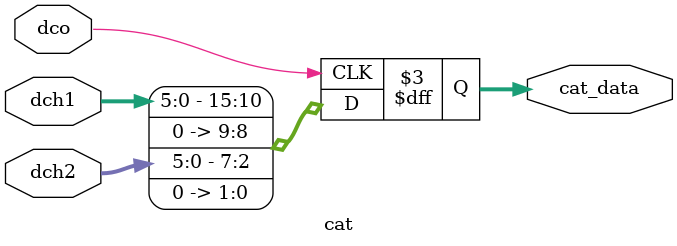
<source format=v>
`timescale 1ns / 1ps
module cat(
input [5:0] dch1,dch2,
output reg [15:0] cat_data=0,
input dco
     );

always @(posedge dco)
		cat_data<={dch1,2'b0,dch2,2'b0};
endmodule

</source>
